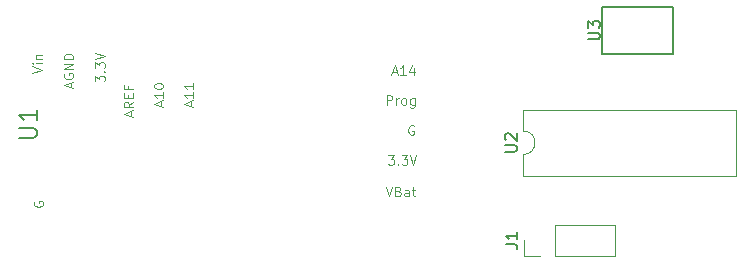
<source format=gto>
G04 #@! TF.FileFunction,Legend,Top*
%FSLAX46Y46*%
G04 Gerber Fmt 4.6, Leading zero omitted, Abs format (unit mm)*
G04 Created by KiCad (PCBNEW 4.0.6) date Tuesday, May 23, 2017 'AMt' 09:44:31 AM*
%MOMM*%
%LPD*%
G01*
G04 APERTURE LIST*
%ADD10C,0.100000*%
%ADD11C,0.120000*%
%ADD12C,0.150000*%
%ADD13C,0.125000*%
G04 APERTURE END LIST*
D10*
D11*
X173235000Y-107045000D02*
X173235000Y-108815000D01*
X173235000Y-108815000D02*
X191255000Y-108815000D01*
X191255000Y-108815000D02*
X191255000Y-103275000D01*
X191255000Y-103275000D02*
X173235000Y-103275000D01*
X173235000Y-103275000D02*
X173235000Y-105045000D01*
X173235000Y-105045000D02*
G75*
G02X173235000Y-107045000I0J-1000000D01*
G01*
X175895000Y-115630000D02*
X181035000Y-115630000D01*
X181035000Y-115630000D02*
X181035000Y-112970000D01*
X181035000Y-112970000D02*
X175895000Y-112970000D01*
X175895000Y-112970000D02*
X175895000Y-115630000D01*
X174625000Y-115630000D02*
X173295000Y-115630000D01*
X173295000Y-115630000D02*
X173295000Y-114300000D01*
D12*
X179880000Y-94520000D02*
X179880000Y-98520000D01*
X185880000Y-94520000D02*
X179880000Y-94520000D01*
X185880000Y-98520000D02*
X185880000Y-94520000D01*
X179880000Y-98520000D02*
X185880000Y-98520000D01*
X130534671Y-105638457D02*
X131748957Y-105638457D01*
X131891814Y-105567029D01*
X131963243Y-105495600D01*
X132034671Y-105352743D01*
X132034671Y-105067029D01*
X131963243Y-104924171D01*
X131891814Y-104852743D01*
X131748957Y-104781314D01*
X130534671Y-104781314D01*
X132034671Y-103281314D02*
X132034671Y-104138457D01*
X132034671Y-103709885D02*
X130534671Y-103709885D01*
X130748957Y-103852742D01*
X130891814Y-103995600D01*
X130963243Y-104138457D01*
D13*
X161594957Y-109772505D02*
X161861624Y-110572505D01*
X162128291Y-109772505D01*
X162661624Y-110153457D02*
X162775910Y-110191552D01*
X162814005Y-110229648D01*
X162852100Y-110305838D01*
X162852100Y-110420124D01*
X162814005Y-110496314D01*
X162775910Y-110534410D01*
X162699719Y-110572505D01*
X162394957Y-110572505D01*
X162394957Y-109772505D01*
X162661624Y-109772505D01*
X162737814Y-109810600D01*
X162775910Y-109848695D01*
X162814005Y-109924886D01*
X162814005Y-110001076D01*
X162775910Y-110077267D01*
X162737814Y-110115362D01*
X162661624Y-110153457D01*
X162394957Y-110153457D01*
X163537814Y-110572505D02*
X163537814Y-110153457D01*
X163499719Y-110077267D01*
X163423529Y-110039171D01*
X163271148Y-110039171D01*
X163194957Y-110077267D01*
X163537814Y-110534410D02*
X163461624Y-110572505D01*
X163271148Y-110572505D01*
X163194957Y-110534410D01*
X163156862Y-110458219D01*
X163156862Y-110382029D01*
X163194957Y-110305838D01*
X163271148Y-110267743D01*
X163461624Y-110267743D01*
X163537814Y-110229648D01*
X163804481Y-110039171D02*
X164109243Y-110039171D01*
X163918767Y-109772505D02*
X163918767Y-110458219D01*
X163956862Y-110534410D01*
X164033053Y-110572505D01*
X164109243Y-110572505D01*
X161798148Y-107105505D02*
X162293386Y-107105505D01*
X162026719Y-107410267D01*
X162141005Y-107410267D01*
X162217195Y-107448362D01*
X162255291Y-107486457D01*
X162293386Y-107562648D01*
X162293386Y-107753124D01*
X162255291Y-107829314D01*
X162217195Y-107867410D01*
X162141005Y-107905505D01*
X161912433Y-107905505D01*
X161836243Y-107867410D01*
X161798148Y-107829314D01*
X162636243Y-107829314D02*
X162674338Y-107867410D01*
X162636243Y-107905505D01*
X162598148Y-107867410D01*
X162636243Y-107829314D01*
X162636243Y-107905505D01*
X162941005Y-107105505D02*
X163436243Y-107105505D01*
X163169576Y-107410267D01*
X163283862Y-107410267D01*
X163360052Y-107448362D01*
X163398148Y-107486457D01*
X163436243Y-107562648D01*
X163436243Y-107753124D01*
X163398148Y-107829314D01*
X163360052Y-107867410D01*
X163283862Y-107905505D01*
X163055290Y-107905505D01*
X162979100Y-107867410D01*
X162941005Y-107829314D01*
X163664814Y-107105505D02*
X163931481Y-107905505D01*
X164198148Y-107105505D01*
X163950624Y-104603600D02*
X163874433Y-104565505D01*
X163760148Y-104565505D01*
X163645862Y-104603600D01*
X163569671Y-104679790D01*
X163531576Y-104755981D01*
X163493481Y-104908362D01*
X163493481Y-105022648D01*
X163531576Y-105175029D01*
X163569671Y-105251219D01*
X163645862Y-105327410D01*
X163760148Y-105365505D01*
X163836338Y-105365505D01*
X163950624Y-105327410D01*
X163988719Y-105289314D01*
X163988719Y-105022648D01*
X163836338Y-105022648D01*
X161671147Y-102825505D02*
X161671147Y-102025505D01*
X161975909Y-102025505D01*
X162052100Y-102063600D01*
X162090195Y-102101695D01*
X162128290Y-102177886D01*
X162128290Y-102292171D01*
X162090195Y-102368362D01*
X162052100Y-102406457D01*
X161975909Y-102444552D01*
X161671147Y-102444552D01*
X162471147Y-102825505D02*
X162471147Y-102292171D01*
X162471147Y-102444552D02*
X162509242Y-102368362D01*
X162547338Y-102330267D01*
X162623528Y-102292171D01*
X162699719Y-102292171D01*
X163080671Y-102825505D02*
X163004480Y-102787410D01*
X162966385Y-102749314D01*
X162928290Y-102673124D01*
X162928290Y-102444552D01*
X162966385Y-102368362D01*
X163004480Y-102330267D01*
X163080671Y-102292171D01*
X163194957Y-102292171D01*
X163271147Y-102330267D01*
X163309242Y-102368362D01*
X163347338Y-102444552D01*
X163347338Y-102673124D01*
X163309242Y-102749314D01*
X163271147Y-102787410D01*
X163194957Y-102825505D01*
X163080671Y-102825505D01*
X164033052Y-102292171D02*
X164033052Y-102939790D01*
X163994957Y-103015981D01*
X163956862Y-103054076D01*
X163880671Y-103092171D01*
X163766386Y-103092171D01*
X163690195Y-103054076D01*
X164033052Y-102787410D02*
X163956862Y-102825505D01*
X163804481Y-102825505D01*
X163728290Y-102787410D01*
X163690195Y-102749314D01*
X163652100Y-102673124D01*
X163652100Y-102444552D01*
X163690195Y-102368362D01*
X163728290Y-102330267D01*
X163804481Y-102292171D01*
X163956862Y-102292171D01*
X164033052Y-102330267D01*
X162153719Y-100056933D02*
X162534671Y-100056933D01*
X162077528Y-100285505D02*
X162344195Y-99485505D01*
X162610862Y-100285505D01*
X163296576Y-100285505D02*
X162839433Y-100285505D01*
X163068004Y-100285505D02*
X163068004Y-99485505D01*
X162991814Y-99599790D01*
X162915623Y-99675981D01*
X162839433Y-99714076D01*
X163982290Y-99752171D02*
X163982290Y-100285505D01*
X163791814Y-99447410D02*
X163601338Y-100018838D01*
X164096576Y-100018838D01*
X131845100Y-111017076D02*
X131807005Y-111093267D01*
X131807005Y-111207552D01*
X131845100Y-111321838D01*
X131921290Y-111398029D01*
X131997481Y-111436124D01*
X132149862Y-111474219D01*
X132264148Y-111474219D01*
X132416529Y-111436124D01*
X132492719Y-111398029D01*
X132568910Y-111321838D01*
X132607005Y-111207552D01*
X132607005Y-111131362D01*
X132568910Y-111017076D01*
X132530814Y-110978981D01*
X132264148Y-110978981D01*
X132264148Y-111131362D01*
X137014005Y-100850552D02*
X137014005Y-100355314D01*
X137318767Y-100621981D01*
X137318767Y-100507695D01*
X137356862Y-100431505D01*
X137394957Y-100393409D01*
X137471148Y-100355314D01*
X137661624Y-100355314D01*
X137737814Y-100393409D01*
X137775910Y-100431505D01*
X137814005Y-100507695D01*
X137814005Y-100736267D01*
X137775910Y-100812457D01*
X137737814Y-100850552D01*
X137737814Y-100012457D02*
X137775910Y-99974362D01*
X137814005Y-100012457D01*
X137775910Y-100050552D01*
X137737814Y-100012457D01*
X137814005Y-100012457D01*
X137014005Y-99707695D02*
X137014005Y-99212457D01*
X137318767Y-99479124D01*
X137318767Y-99364838D01*
X137356862Y-99288648D01*
X137394957Y-99250552D01*
X137471148Y-99212457D01*
X137661624Y-99212457D01*
X137737814Y-99250552D01*
X137775910Y-99288648D01*
X137814005Y-99364838D01*
X137814005Y-99593410D01*
X137775910Y-99669600D01*
X137737814Y-99707695D01*
X137014005Y-98983886D02*
X137814005Y-98717219D01*
X137014005Y-98450552D01*
X134918433Y-101333123D02*
X134918433Y-100952171D01*
X135147005Y-101409314D02*
X134347005Y-101142647D01*
X135147005Y-100875980D01*
X134385100Y-100190266D02*
X134347005Y-100266457D01*
X134347005Y-100380742D01*
X134385100Y-100495028D01*
X134461290Y-100571219D01*
X134537481Y-100609314D01*
X134689862Y-100647409D01*
X134804148Y-100647409D01*
X134956529Y-100609314D01*
X135032719Y-100571219D01*
X135108910Y-100495028D01*
X135147005Y-100380742D01*
X135147005Y-100304552D01*
X135108910Y-100190266D01*
X135070814Y-100152171D01*
X134804148Y-100152171D01*
X134804148Y-100304552D01*
X135147005Y-99809314D02*
X134347005Y-99809314D01*
X135147005Y-99352171D01*
X134347005Y-99352171D01*
X135147005Y-98971219D02*
X134347005Y-98971219D01*
X134347005Y-98780743D01*
X134385100Y-98666457D01*
X134461290Y-98590266D01*
X134537481Y-98552171D01*
X134689862Y-98514076D01*
X134804148Y-98514076D01*
X134956529Y-98552171D01*
X135032719Y-98590266D01*
X135108910Y-98666457D01*
X135147005Y-98780743D01*
X135147005Y-98971219D01*
X131680005Y-100107648D02*
X132480005Y-99840981D01*
X131680005Y-99574314D01*
X132480005Y-99307648D02*
X131946671Y-99307648D01*
X131680005Y-99307648D02*
X131718100Y-99345743D01*
X131756195Y-99307648D01*
X131718100Y-99269553D01*
X131680005Y-99307648D01*
X131756195Y-99307648D01*
X131946671Y-98926696D02*
X132480005Y-98926696D01*
X132022862Y-98926696D02*
X131984767Y-98888601D01*
X131946671Y-98812410D01*
X131946671Y-98698124D01*
X131984767Y-98621934D01*
X132060957Y-98583839D01*
X132480005Y-98583839D01*
X145078433Y-102907981D02*
X145078433Y-102527029D01*
X145307005Y-102984172D02*
X144507005Y-102717505D01*
X145307005Y-102450838D01*
X145307005Y-101765124D02*
X145307005Y-102222267D01*
X145307005Y-101993696D02*
X144507005Y-101993696D01*
X144621290Y-102069886D01*
X144697481Y-102146077D01*
X144735576Y-102222267D01*
X145307005Y-101003219D02*
X145307005Y-101460362D01*
X145307005Y-101231791D02*
X144507005Y-101231791D01*
X144621290Y-101307981D01*
X144697481Y-101384172D01*
X144735576Y-101460362D01*
X142538433Y-102907981D02*
X142538433Y-102527029D01*
X142767005Y-102984172D02*
X141967005Y-102717505D01*
X142767005Y-102450838D01*
X142767005Y-101765124D02*
X142767005Y-102222267D01*
X142767005Y-101993696D02*
X141967005Y-101993696D01*
X142081290Y-102069886D01*
X142157481Y-102146077D01*
X142195576Y-102222267D01*
X141967005Y-101269886D02*
X141967005Y-101193695D01*
X142005100Y-101117505D01*
X142043195Y-101079410D01*
X142119386Y-101041314D01*
X142271767Y-101003219D01*
X142462243Y-101003219D01*
X142614624Y-101041314D01*
X142690814Y-101079410D01*
X142728910Y-101117505D01*
X142767005Y-101193695D01*
X142767005Y-101269886D01*
X142728910Y-101346076D01*
X142690814Y-101384172D01*
X142614624Y-101422267D01*
X142462243Y-101460362D01*
X142271767Y-101460362D01*
X142119386Y-101422267D01*
X142043195Y-101384172D01*
X142005100Y-101346076D01*
X141967005Y-101269886D01*
X139998433Y-103758838D02*
X139998433Y-103377886D01*
X140227005Y-103835029D02*
X139427005Y-103568362D01*
X140227005Y-103301695D01*
X140227005Y-102577886D02*
X139846052Y-102844553D01*
X140227005Y-103035029D02*
X139427005Y-103035029D01*
X139427005Y-102730267D01*
X139465100Y-102654076D01*
X139503195Y-102615981D01*
X139579386Y-102577886D01*
X139693671Y-102577886D01*
X139769862Y-102615981D01*
X139807957Y-102654076D01*
X139846052Y-102730267D01*
X139846052Y-103035029D01*
X139807957Y-102235029D02*
X139807957Y-101968362D01*
X140227005Y-101854076D02*
X140227005Y-102235029D01*
X139427005Y-102235029D01*
X139427005Y-101854076D01*
X139807957Y-101244552D02*
X139807957Y-101511219D01*
X140227005Y-101511219D02*
X139427005Y-101511219D01*
X139427005Y-101130266D01*
D12*
X171687381Y-106806905D02*
X172496905Y-106806905D01*
X172592143Y-106759286D01*
X172639762Y-106711667D01*
X172687381Y-106616429D01*
X172687381Y-106425952D01*
X172639762Y-106330714D01*
X172592143Y-106283095D01*
X172496905Y-106235476D01*
X171687381Y-106235476D01*
X171782619Y-105806905D02*
X171735000Y-105759286D01*
X171687381Y-105664048D01*
X171687381Y-105425952D01*
X171735000Y-105330714D01*
X171782619Y-105283095D01*
X171877857Y-105235476D01*
X171973095Y-105235476D01*
X172115952Y-105283095D01*
X172687381Y-105854524D01*
X172687381Y-105235476D01*
X171747381Y-114633333D02*
X172461667Y-114633333D01*
X172604524Y-114680953D01*
X172699762Y-114776191D01*
X172747381Y-114919048D01*
X172747381Y-115014286D01*
X172747381Y-113633333D02*
X172747381Y-114204762D01*
X172747381Y-113919048D02*
X171747381Y-113919048D01*
X171890238Y-114014286D01*
X171985476Y-114109524D01*
X172033095Y-114204762D01*
X178732381Y-97281905D02*
X179541905Y-97281905D01*
X179637143Y-97234286D01*
X179684762Y-97186667D01*
X179732381Y-97091429D01*
X179732381Y-96900952D01*
X179684762Y-96805714D01*
X179637143Y-96758095D01*
X179541905Y-96710476D01*
X178732381Y-96710476D01*
X178732381Y-96329524D02*
X178732381Y-95710476D01*
X179113333Y-96043810D01*
X179113333Y-95900952D01*
X179160952Y-95805714D01*
X179208571Y-95758095D01*
X179303810Y-95710476D01*
X179541905Y-95710476D01*
X179637143Y-95758095D01*
X179684762Y-95805714D01*
X179732381Y-95900952D01*
X179732381Y-96186667D01*
X179684762Y-96281905D01*
X179637143Y-96329524D01*
M02*

</source>
